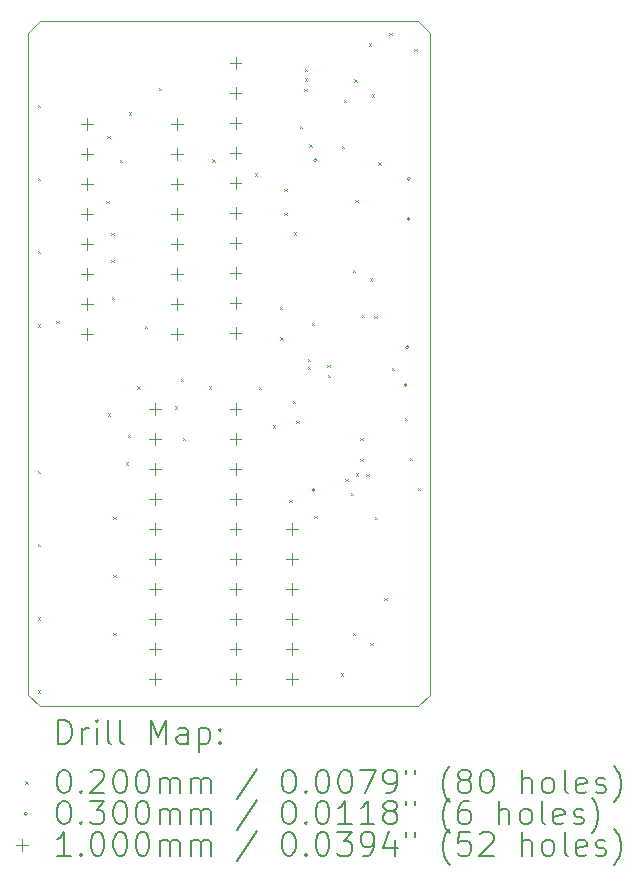
<source format=gbr>
%TF.GenerationSoftware,KiCad,Pcbnew,8.0.5*%
%TF.CreationDate,2025-01-09T14:40:58-04:00*%
%TF.ProjectId,RAMAUXB_V2,52414d41-5558-4425-9f56-322e6b696361,rev?*%
%TF.SameCoordinates,Original*%
%TF.FileFunction,Drillmap*%
%TF.FilePolarity,Positive*%
%FSLAX45Y45*%
G04 Gerber Fmt 4.5, Leading zero omitted, Abs format (unit mm)*
G04 Created by KiCad (PCBNEW 8.0.5) date 2025-01-09 14:40:58*
%MOMM*%
%LPD*%
G01*
G04 APERTURE LIST*
%ADD10C,0.100000*%
%ADD11C,0.200000*%
G04 APERTURE END LIST*
D10*
X11000000Y-8803000D02*
X7800000Y-8803000D01*
X11100000Y-8903000D02*
X11100000Y-14504000D01*
X7799000Y-14604000D02*
X7800000Y-14604000D01*
X11100000Y-14504000D02*
X11000000Y-14604000D01*
X7699000Y-14504000D02*
X7799000Y-14604000D01*
X7800000Y-8803000D02*
X7700000Y-8903000D01*
X7699000Y-8903000D02*
X7699000Y-14504000D01*
X7700000Y-8903000D02*
X7699000Y-8903000D01*
X11000000Y-8803000D02*
X11100000Y-8903000D01*
X11000000Y-14604000D02*
X7800000Y-14604000D01*
D11*
D10*
X7783000Y-9509000D02*
X7803000Y-9529000D01*
X7803000Y-9509000D02*
X7783000Y-9529000D01*
X7783000Y-10129125D02*
X7803000Y-10149125D01*
X7803000Y-10129125D02*
X7783000Y-10149125D01*
X7783000Y-10749250D02*
X7803000Y-10769250D01*
X7803000Y-10749250D02*
X7783000Y-10769250D01*
X7783000Y-11369375D02*
X7803000Y-11389375D01*
X7803000Y-11369375D02*
X7783000Y-11389375D01*
X7783000Y-12609625D02*
X7803000Y-12629625D01*
X7803000Y-12609625D02*
X7783000Y-12629625D01*
X7783000Y-13229750D02*
X7803000Y-13249750D01*
X7803000Y-13229750D02*
X7783000Y-13249750D01*
X7783000Y-13849875D02*
X7803000Y-13869875D01*
X7803000Y-13849875D02*
X7783000Y-13869875D01*
X7783000Y-14467250D02*
X7803000Y-14487250D01*
X7803000Y-14467250D02*
X7783000Y-14487250D01*
X7937000Y-11340000D02*
X7957000Y-11360000D01*
X7957000Y-11340000D02*
X7937000Y-11360000D01*
X8362000Y-10323000D02*
X8382000Y-10343000D01*
X8382000Y-10323000D02*
X8362000Y-10343000D01*
X8370000Y-9771000D02*
X8390000Y-9791000D01*
X8390000Y-9771000D02*
X8370000Y-9791000D01*
X8376000Y-12123000D02*
X8396000Y-12143000D01*
X8396000Y-12123000D02*
X8376000Y-12143000D01*
X8404000Y-10593000D02*
X8424000Y-10613000D01*
X8424000Y-10593000D02*
X8404000Y-10613000D01*
X8404000Y-10824000D02*
X8424000Y-10844000D01*
X8424000Y-10824000D02*
X8404000Y-10844000D01*
X8405000Y-11138000D02*
X8425000Y-11158000D01*
X8425000Y-11138000D02*
X8405000Y-11158000D01*
X8419000Y-13000000D02*
X8439000Y-13020000D01*
X8439000Y-13000000D02*
X8419000Y-13020000D01*
X8419000Y-13491000D02*
X8439000Y-13511000D01*
X8439000Y-13491000D02*
X8419000Y-13511000D01*
X8419000Y-13982000D02*
X8439000Y-14002000D01*
X8439000Y-13982000D02*
X8419000Y-14002000D01*
X8475000Y-9977000D02*
X8495000Y-9997000D01*
X8495000Y-9977000D02*
X8475000Y-9997000D01*
X8524940Y-12539520D02*
X8544940Y-12559520D01*
X8544940Y-12539520D02*
X8524940Y-12559520D01*
X8545180Y-12307880D02*
X8565180Y-12327880D01*
X8565180Y-12307880D02*
X8545180Y-12327880D01*
X8552000Y-9576000D02*
X8572000Y-9596000D01*
X8572000Y-9576000D02*
X8552000Y-9596000D01*
X8624000Y-11895000D02*
X8644000Y-11915000D01*
X8644000Y-11895000D02*
X8624000Y-11915000D01*
X8687000Y-11385000D02*
X8707000Y-11405000D01*
X8707000Y-11385000D02*
X8687000Y-11405000D01*
X8805000Y-9366000D02*
X8825000Y-9386000D01*
X8825000Y-9366000D02*
X8805000Y-9386000D01*
X8939000Y-12065000D02*
X8959000Y-12085000D01*
X8959000Y-12065000D02*
X8939000Y-12085000D01*
X8990000Y-11830000D02*
X9010000Y-11850000D01*
X9010000Y-11830000D02*
X8990000Y-11850000D01*
X9009700Y-12329000D02*
X9029700Y-12349000D01*
X9029700Y-12329000D02*
X9009700Y-12349000D01*
X9229000Y-11894000D02*
X9249000Y-11914000D01*
X9249000Y-11894000D02*
X9229000Y-11914000D01*
X9256890Y-9973810D02*
X9276890Y-9993810D01*
X9276890Y-9973810D02*
X9256890Y-9993810D01*
X9619500Y-10090000D02*
X9639500Y-10110000D01*
X9639500Y-10090000D02*
X9619500Y-10110000D01*
X9652000Y-11900000D02*
X9672000Y-11920000D01*
X9672000Y-11900000D02*
X9652000Y-11920000D01*
X9770000Y-12224000D02*
X9790000Y-12244000D01*
X9790000Y-12224000D02*
X9770000Y-12244000D01*
X9830000Y-11220000D02*
X9850000Y-11240000D01*
X9850000Y-11220000D02*
X9830000Y-11240000D01*
X9835000Y-11479000D02*
X9855000Y-11499000D01*
X9855000Y-11479000D02*
X9835000Y-11499000D01*
X9867000Y-10220000D02*
X9887000Y-10240000D01*
X9887000Y-10220000D02*
X9867000Y-10240000D01*
X9868000Y-10425000D02*
X9888000Y-10445000D01*
X9888000Y-10425000D02*
X9868000Y-10445000D01*
X9911470Y-12854591D02*
X9931470Y-12874591D01*
X9931470Y-12854591D02*
X9911470Y-12874591D01*
X9938000Y-12015000D02*
X9958000Y-12035000D01*
X9958000Y-12015000D02*
X9938000Y-12035000D01*
X9949500Y-10590000D02*
X9969500Y-10610000D01*
X9969500Y-10590000D02*
X9949500Y-10610000D01*
X9968000Y-12187000D02*
X9988000Y-12207000D01*
X9988000Y-12187000D02*
X9968000Y-12207000D01*
X9999060Y-9689560D02*
X10019060Y-9709560D01*
X10019060Y-9689560D02*
X9999060Y-9709560D01*
X10038000Y-9375000D02*
X10058000Y-9395000D01*
X10058000Y-9375000D02*
X10038000Y-9395000D01*
X10039000Y-9287000D02*
X10059000Y-9307000D01*
X10059000Y-9287000D02*
X10039000Y-9307000D01*
X10041000Y-9209000D02*
X10061000Y-9229000D01*
X10061000Y-9209000D02*
X10041000Y-9229000D01*
X10064000Y-11661000D02*
X10084000Y-11681000D01*
X10084000Y-11661000D02*
X10064000Y-11681000D01*
X10064000Y-11731000D02*
X10084000Y-11751000D01*
X10084000Y-11731000D02*
X10064000Y-11751000D01*
X10078550Y-9845170D02*
X10098550Y-9865170D01*
X10098550Y-9845170D02*
X10078550Y-9865170D01*
X10101808Y-11355079D02*
X10121808Y-11375079D01*
X10121808Y-11355079D02*
X10101808Y-11375079D01*
X10121000Y-12991000D02*
X10141000Y-13011000D01*
X10141000Y-12991000D02*
X10121000Y-13011000D01*
X10232500Y-11713234D02*
X10252500Y-11733234D01*
X10252500Y-11713234D02*
X10232500Y-11733234D01*
X10235500Y-11797000D02*
X10255500Y-11817000D01*
X10255500Y-11797000D02*
X10235500Y-11817000D01*
X10346000Y-14326000D02*
X10366000Y-14346000D01*
X10366000Y-14326000D02*
X10346000Y-14346000D01*
X10353000Y-9861000D02*
X10373000Y-9881000D01*
X10373000Y-9861000D02*
X10353000Y-9881000D01*
X10373000Y-9468000D02*
X10393000Y-9488000D01*
X10393000Y-9468000D02*
X10373000Y-9488000D01*
X10383017Y-12677611D02*
X10403017Y-12697611D01*
X10403017Y-12677611D02*
X10383017Y-12697611D01*
X10433000Y-12797000D02*
X10453000Y-12817000D01*
X10453000Y-12797000D02*
X10433000Y-12817000D01*
X10448000Y-13981000D02*
X10468000Y-14001000D01*
X10468000Y-13981000D02*
X10448000Y-14001000D01*
X10449291Y-10910709D02*
X10469291Y-10930709D01*
X10469291Y-10910709D02*
X10449291Y-10930709D01*
X10461500Y-9294760D02*
X10481500Y-9314760D01*
X10481500Y-9294760D02*
X10461500Y-9314760D01*
X10469000Y-10318000D02*
X10489000Y-10338000D01*
X10489000Y-10318000D02*
X10469000Y-10338000D01*
X10474000Y-12630500D02*
X10494000Y-12650500D01*
X10494000Y-12630500D02*
X10474000Y-12650500D01*
X10510000Y-12330000D02*
X10530000Y-12350000D01*
X10530000Y-12330000D02*
X10510000Y-12350000D01*
X10510000Y-12506000D02*
X10530000Y-12526000D01*
X10530000Y-12506000D02*
X10510000Y-12526000D01*
X10523500Y-11288500D02*
X10543500Y-11308500D01*
X10543500Y-11288500D02*
X10523500Y-11308500D01*
X10563500Y-12635500D02*
X10583500Y-12655500D01*
X10583500Y-12635500D02*
X10563500Y-12655500D01*
X10583000Y-8989000D02*
X10603000Y-9009000D01*
X10603000Y-8989000D02*
X10583000Y-9009000D01*
X10590000Y-10980000D02*
X10610000Y-11000000D01*
X10610000Y-10980000D02*
X10590000Y-11000000D01*
X10595500Y-14068000D02*
X10615500Y-14088000D01*
X10615500Y-14068000D02*
X10595500Y-14088000D01*
X10606500Y-9421000D02*
X10626500Y-9441000D01*
X10626500Y-9421000D02*
X10606500Y-9441000D01*
X10628709Y-11297291D02*
X10648709Y-11317291D01*
X10648709Y-11297291D02*
X10628709Y-11317291D01*
X10632000Y-13002000D02*
X10652000Y-13022000D01*
X10652000Y-13002000D02*
X10632000Y-13022000D01*
X10663000Y-9999000D02*
X10683000Y-10019000D01*
X10683000Y-9999000D02*
X10663000Y-10019000D01*
X10714000Y-13686000D02*
X10734000Y-13706000D01*
X10734000Y-13686000D02*
X10714000Y-13706000D01*
X10756000Y-8900000D02*
X10776000Y-8920000D01*
X10776000Y-8900000D02*
X10756000Y-8920000D01*
X10780000Y-11737000D02*
X10800000Y-11757000D01*
X10800000Y-11737000D02*
X10780000Y-11757000D01*
X10887758Y-12159758D02*
X10907758Y-12179758D01*
X10907758Y-12159758D02*
X10887758Y-12179758D01*
X10931500Y-12498000D02*
X10951500Y-12518000D01*
X10951500Y-12498000D02*
X10931500Y-12518000D01*
X10968000Y-9037000D02*
X10988000Y-9057000D01*
X10988000Y-9037000D02*
X10968000Y-9057000D01*
X11000000Y-12756000D02*
X11020000Y-12776000D01*
X11020000Y-12756000D02*
X11000000Y-12776000D01*
X10130000Y-12774000D02*
G75*
G02*
X10100000Y-12774000I-15000J0D01*
G01*
X10100000Y-12774000D02*
G75*
G02*
X10130000Y-12774000I15000J0D01*
G01*
X10145000Y-9980000D02*
G75*
G02*
X10115000Y-9980000I-15000J0D01*
G01*
X10115000Y-9980000D02*
G75*
G02*
X10145000Y-9980000I15000J0D01*
G01*
X10909000Y-11883000D02*
G75*
G02*
X10879000Y-11883000I-15000J0D01*
G01*
X10879000Y-11883000D02*
G75*
G02*
X10909000Y-11883000I15000J0D01*
G01*
X10925000Y-11562981D02*
G75*
G02*
X10895000Y-11562981I-15000J0D01*
G01*
X10895000Y-11562981D02*
G75*
G02*
X10925000Y-11562981I15000J0D01*
G01*
X10933000Y-10478000D02*
G75*
G02*
X10903000Y-10478000I-15000J0D01*
G01*
X10903000Y-10478000D02*
G75*
G02*
X10933000Y-10478000I15000J0D01*
G01*
X10935000Y-10137000D02*
G75*
G02*
X10905000Y-10137000I-15000J0D01*
G01*
X10905000Y-10137000D02*
G75*
G02*
X10935000Y-10137000I15000J0D01*
G01*
X8199500Y-9623500D02*
X8199500Y-9723500D01*
X8149500Y-9673500D02*
X8249500Y-9673500D01*
X8199500Y-9877500D02*
X8199500Y-9977500D01*
X8149500Y-9927500D02*
X8249500Y-9927500D01*
X8199500Y-10131500D02*
X8199500Y-10231500D01*
X8149500Y-10181500D02*
X8249500Y-10181500D01*
X8199500Y-10385500D02*
X8199500Y-10485500D01*
X8149500Y-10435500D02*
X8249500Y-10435500D01*
X8199500Y-10639500D02*
X8199500Y-10739500D01*
X8149500Y-10689500D02*
X8249500Y-10689500D01*
X8199500Y-10893500D02*
X8199500Y-10993500D01*
X8149500Y-10943500D02*
X8249500Y-10943500D01*
X8199500Y-11147500D02*
X8199500Y-11247500D01*
X8149500Y-11197500D02*
X8249500Y-11197500D01*
X8199500Y-11401500D02*
X8199500Y-11501500D01*
X8149500Y-11451500D02*
X8249500Y-11451500D01*
X8770000Y-12035500D02*
X8770000Y-12135500D01*
X8720000Y-12085500D02*
X8820000Y-12085500D01*
X8770000Y-12289500D02*
X8770000Y-12389500D01*
X8720000Y-12339500D02*
X8820000Y-12339500D01*
X8770000Y-12543500D02*
X8770000Y-12643500D01*
X8720000Y-12593500D02*
X8820000Y-12593500D01*
X8770000Y-12797500D02*
X8770000Y-12897500D01*
X8720000Y-12847500D02*
X8820000Y-12847500D01*
X8770000Y-13051500D02*
X8770000Y-13151500D01*
X8720000Y-13101500D02*
X8820000Y-13101500D01*
X8770000Y-13305500D02*
X8770000Y-13405500D01*
X8720000Y-13355500D02*
X8820000Y-13355500D01*
X8770000Y-13559500D02*
X8770000Y-13659500D01*
X8720000Y-13609500D02*
X8820000Y-13609500D01*
X8770000Y-13813500D02*
X8770000Y-13913500D01*
X8720000Y-13863500D02*
X8820000Y-13863500D01*
X8770000Y-14067500D02*
X8770000Y-14167500D01*
X8720000Y-14117500D02*
X8820000Y-14117500D01*
X8770000Y-14321500D02*
X8770000Y-14421500D01*
X8720000Y-14371500D02*
X8820000Y-14371500D01*
X8961500Y-9623500D02*
X8961500Y-9723500D01*
X8911500Y-9673500D02*
X9011500Y-9673500D01*
X8961500Y-9877500D02*
X8961500Y-9977500D01*
X8911500Y-9927500D02*
X9011500Y-9927500D01*
X8961500Y-10131500D02*
X8961500Y-10231500D01*
X8911500Y-10181500D02*
X9011500Y-10181500D01*
X8961500Y-10385500D02*
X8961500Y-10485500D01*
X8911500Y-10435500D02*
X9011500Y-10435500D01*
X8961500Y-10639500D02*
X8961500Y-10739500D01*
X8911500Y-10689500D02*
X9011500Y-10689500D01*
X8961500Y-10893500D02*
X8961500Y-10993500D01*
X8911500Y-10943500D02*
X9011500Y-10943500D01*
X8961500Y-11147500D02*
X8961500Y-11247500D01*
X8911500Y-11197500D02*
X9011500Y-11197500D01*
X8961500Y-11401500D02*
X8961500Y-11501500D01*
X8911500Y-11451500D02*
X9011500Y-11451500D01*
X9455000Y-9105000D02*
X9455000Y-9205000D01*
X9405000Y-9155000D02*
X9505000Y-9155000D01*
X9455000Y-9359000D02*
X9455000Y-9459000D01*
X9405000Y-9409000D02*
X9505000Y-9409000D01*
X9455000Y-9613000D02*
X9455000Y-9713000D01*
X9405000Y-9663000D02*
X9505000Y-9663000D01*
X9455000Y-9867000D02*
X9455000Y-9967000D01*
X9405000Y-9917000D02*
X9505000Y-9917000D01*
X9455000Y-10121000D02*
X9455000Y-10221000D01*
X9405000Y-10171000D02*
X9505000Y-10171000D01*
X9455000Y-10375000D02*
X9455000Y-10475000D01*
X9405000Y-10425000D02*
X9505000Y-10425000D01*
X9455000Y-10629000D02*
X9455000Y-10729000D01*
X9405000Y-10679000D02*
X9505000Y-10679000D01*
X9455000Y-10883000D02*
X9455000Y-10983000D01*
X9405000Y-10933000D02*
X9505000Y-10933000D01*
X9455000Y-11137000D02*
X9455000Y-11237000D01*
X9405000Y-11187000D02*
X9505000Y-11187000D01*
X9455000Y-11391000D02*
X9455000Y-11491000D01*
X9405000Y-11441000D02*
X9505000Y-11441000D01*
X9455000Y-12035000D02*
X9455000Y-12135000D01*
X9405000Y-12085000D02*
X9505000Y-12085000D01*
X9455000Y-12289000D02*
X9455000Y-12389000D01*
X9405000Y-12339000D02*
X9505000Y-12339000D01*
X9455000Y-12543000D02*
X9455000Y-12643000D01*
X9405000Y-12593000D02*
X9505000Y-12593000D01*
X9455000Y-12797000D02*
X9455000Y-12897000D01*
X9405000Y-12847000D02*
X9505000Y-12847000D01*
X9455000Y-13051000D02*
X9455000Y-13151000D01*
X9405000Y-13101000D02*
X9505000Y-13101000D01*
X9455000Y-13305000D02*
X9455000Y-13405000D01*
X9405000Y-13355000D02*
X9505000Y-13355000D01*
X9455000Y-13559000D02*
X9455000Y-13659000D01*
X9405000Y-13609000D02*
X9505000Y-13609000D01*
X9455000Y-13813000D02*
X9455000Y-13913000D01*
X9405000Y-13863000D02*
X9505000Y-13863000D01*
X9455000Y-14067000D02*
X9455000Y-14167000D01*
X9405000Y-14117000D02*
X9505000Y-14117000D01*
X9455000Y-14321000D02*
X9455000Y-14421000D01*
X9405000Y-14371000D02*
X9505000Y-14371000D01*
X9932500Y-13052500D02*
X9932500Y-13152500D01*
X9882500Y-13102500D02*
X9982500Y-13102500D01*
X9932500Y-13306500D02*
X9932500Y-13406500D01*
X9882500Y-13356500D02*
X9982500Y-13356500D01*
X9932500Y-13560500D02*
X9932500Y-13660500D01*
X9882500Y-13610500D02*
X9982500Y-13610500D01*
X9932500Y-13814500D02*
X9932500Y-13914500D01*
X9882500Y-13864500D02*
X9982500Y-13864500D01*
X9932500Y-14068500D02*
X9932500Y-14168500D01*
X9882500Y-14118500D02*
X9982500Y-14118500D01*
X9932500Y-14322500D02*
X9932500Y-14422500D01*
X9882500Y-14372500D02*
X9982500Y-14372500D01*
D11*
X7954777Y-14920484D02*
X7954777Y-14720484D01*
X7954777Y-14720484D02*
X8002396Y-14720484D01*
X8002396Y-14720484D02*
X8030967Y-14730008D01*
X8030967Y-14730008D02*
X8050015Y-14749055D01*
X8050015Y-14749055D02*
X8059539Y-14768103D01*
X8059539Y-14768103D02*
X8069062Y-14806198D01*
X8069062Y-14806198D02*
X8069062Y-14834769D01*
X8069062Y-14834769D02*
X8059539Y-14872865D01*
X8059539Y-14872865D02*
X8050015Y-14891912D01*
X8050015Y-14891912D02*
X8030967Y-14910960D01*
X8030967Y-14910960D02*
X8002396Y-14920484D01*
X8002396Y-14920484D02*
X7954777Y-14920484D01*
X8154777Y-14920484D02*
X8154777Y-14787150D01*
X8154777Y-14825246D02*
X8164301Y-14806198D01*
X8164301Y-14806198D02*
X8173824Y-14796674D01*
X8173824Y-14796674D02*
X8192872Y-14787150D01*
X8192872Y-14787150D02*
X8211920Y-14787150D01*
X8278586Y-14920484D02*
X8278586Y-14787150D01*
X8278586Y-14720484D02*
X8269062Y-14730008D01*
X8269062Y-14730008D02*
X8278586Y-14739531D01*
X8278586Y-14739531D02*
X8288110Y-14730008D01*
X8288110Y-14730008D02*
X8278586Y-14720484D01*
X8278586Y-14720484D02*
X8278586Y-14739531D01*
X8402396Y-14920484D02*
X8383348Y-14910960D01*
X8383348Y-14910960D02*
X8373824Y-14891912D01*
X8373824Y-14891912D02*
X8373824Y-14720484D01*
X8507158Y-14920484D02*
X8488110Y-14910960D01*
X8488110Y-14910960D02*
X8478586Y-14891912D01*
X8478586Y-14891912D02*
X8478586Y-14720484D01*
X8735729Y-14920484D02*
X8735729Y-14720484D01*
X8735729Y-14720484D02*
X8802396Y-14863341D01*
X8802396Y-14863341D02*
X8869063Y-14720484D01*
X8869063Y-14720484D02*
X8869063Y-14920484D01*
X9050015Y-14920484D02*
X9050015Y-14815722D01*
X9050015Y-14815722D02*
X9040491Y-14796674D01*
X9040491Y-14796674D02*
X9021444Y-14787150D01*
X9021444Y-14787150D02*
X8983348Y-14787150D01*
X8983348Y-14787150D02*
X8964301Y-14796674D01*
X9050015Y-14910960D02*
X9030967Y-14920484D01*
X9030967Y-14920484D02*
X8983348Y-14920484D01*
X8983348Y-14920484D02*
X8964301Y-14910960D01*
X8964301Y-14910960D02*
X8954777Y-14891912D01*
X8954777Y-14891912D02*
X8954777Y-14872865D01*
X8954777Y-14872865D02*
X8964301Y-14853817D01*
X8964301Y-14853817D02*
X8983348Y-14844293D01*
X8983348Y-14844293D02*
X9030967Y-14844293D01*
X9030967Y-14844293D02*
X9050015Y-14834769D01*
X9145253Y-14787150D02*
X9145253Y-14987150D01*
X9145253Y-14796674D02*
X9164301Y-14787150D01*
X9164301Y-14787150D02*
X9202396Y-14787150D01*
X9202396Y-14787150D02*
X9221444Y-14796674D01*
X9221444Y-14796674D02*
X9230967Y-14806198D01*
X9230967Y-14806198D02*
X9240491Y-14825246D01*
X9240491Y-14825246D02*
X9240491Y-14882388D01*
X9240491Y-14882388D02*
X9230967Y-14901436D01*
X9230967Y-14901436D02*
X9221444Y-14910960D01*
X9221444Y-14910960D02*
X9202396Y-14920484D01*
X9202396Y-14920484D02*
X9164301Y-14920484D01*
X9164301Y-14920484D02*
X9145253Y-14910960D01*
X9326205Y-14901436D02*
X9335729Y-14910960D01*
X9335729Y-14910960D02*
X9326205Y-14920484D01*
X9326205Y-14920484D02*
X9316682Y-14910960D01*
X9316682Y-14910960D02*
X9326205Y-14901436D01*
X9326205Y-14901436D02*
X9326205Y-14920484D01*
X9326205Y-14796674D02*
X9335729Y-14806198D01*
X9335729Y-14806198D02*
X9326205Y-14815722D01*
X9326205Y-14815722D02*
X9316682Y-14806198D01*
X9316682Y-14806198D02*
X9326205Y-14796674D01*
X9326205Y-14796674D02*
X9326205Y-14815722D01*
D10*
X7674000Y-15239000D02*
X7694000Y-15259000D01*
X7694000Y-15239000D02*
X7674000Y-15259000D01*
D11*
X7992872Y-15140484D02*
X8011920Y-15140484D01*
X8011920Y-15140484D02*
X8030967Y-15150008D01*
X8030967Y-15150008D02*
X8040491Y-15159531D01*
X8040491Y-15159531D02*
X8050015Y-15178579D01*
X8050015Y-15178579D02*
X8059539Y-15216674D01*
X8059539Y-15216674D02*
X8059539Y-15264293D01*
X8059539Y-15264293D02*
X8050015Y-15302388D01*
X8050015Y-15302388D02*
X8040491Y-15321436D01*
X8040491Y-15321436D02*
X8030967Y-15330960D01*
X8030967Y-15330960D02*
X8011920Y-15340484D01*
X8011920Y-15340484D02*
X7992872Y-15340484D01*
X7992872Y-15340484D02*
X7973824Y-15330960D01*
X7973824Y-15330960D02*
X7964301Y-15321436D01*
X7964301Y-15321436D02*
X7954777Y-15302388D01*
X7954777Y-15302388D02*
X7945253Y-15264293D01*
X7945253Y-15264293D02*
X7945253Y-15216674D01*
X7945253Y-15216674D02*
X7954777Y-15178579D01*
X7954777Y-15178579D02*
X7964301Y-15159531D01*
X7964301Y-15159531D02*
X7973824Y-15150008D01*
X7973824Y-15150008D02*
X7992872Y-15140484D01*
X8145253Y-15321436D02*
X8154777Y-15330960D01*
X8154777Y-15330960D02*
X8145253Y-15340484D01*
X8145253Y-15340484D02*
X8135729Y-15330960D01*
X8135729Y-15330960D02*
X8145253Y-15321436D01*
X8145253Y-15321436D02*
X8145253Y-15340484D01*
X8230967Y-15159531D02*
X8240491Y-15150008D01*
X8240491Y-15150008D02*
X8259539Y-15140484D01*
X8259539Y-15140484D02*
X8307158Y-15140484D01*
X8307158Y-15140484D02*
X8326205Y-15150008D01*
X8326205Y-15150008D02*
X8335729Y-15159531D01*
X8335729Y-15159531D02*
X8345253Y-15178579D01*
X8345253Y-15178579D02*
X8345253Y-15197627D01*
X8345253Y-15197627D02*
X8335729Y-15226198D01*
X8335729Y-15226198D02*
X8221443Y-15340484D01*
X8221443Y-15340484D02*
X8345253Y-15340484D01*
X8469063Y-15140484D02*
X8488110Y-15140484D01*
X8488110Y-15140484D02*
X8507158Y-15150008D01*
X8507158Y-15150008D02*
X8516682Y-15159531D01*
X8516682Y-15159531D02*
X8526205Y-15178579D01*
X8526205Y-15178579D02*
X8535729Y-15216674D01*
X8535729Y-15216674D02*
X8535729Y-15264293D01*
X8535729Y-15264293D02*
X8526205Y-15302388D01*
X8526205Y-15302388D02*
X8516682Y-15321436D01*
X8516682Y-15321436D02*
X8507158Y-15330960D01*
X8507158Y-15330960D02*
X8488110Y-15340484D01*
X8488110Y-15340484D02*
X8469063Y-15340484D01*
X8469063Y-15340484D02*
X8450015Y-15330960D01*
X8450015Y-15330960D02*
X8440491Y-15321436D01*
X8440491Y-15321436D02*
X8430967Y-15302388D01*
X8430967Y-15302388D02*
X8421444Y-15264293D01*
X8421444Y-15264293D02*
X8421444Y-15216674D01*
X8421444Y-15216674D02*
X8430967Y-15178579D01*
X8430967Y-15178579D02*
X8440491Y-15159531D01*
X8440491Y-15159531D02*
X8450015Y-15150008D01*
X8450015Y-15150008D02*
X8469063Y-15140484D01*
X8659539Y-15140484D02*
X8678586Y-15140484D01*
X8678586Y-15140484D02*
X8697634Y-15150008D01*
X8697634Y-15150008D02*
X8707158Y-15159531D01*
X8707158Y-15159531D02*
X8716682Y-15178579D01*
X8716682Y-15178579D02*
X8726205Y-15216674D01*
X8726205Y-15216674D02*
X8726205Y-15264293D01*
X8726205Y-15264293D02*
X8716682Y-15302388D01*
X8716682Y-15302388D02*
X8707158Y-15321436D01*
X8707158Y-15321436D02*
X8697634Y-15330960D01*
X8697634Y-15330960D02*
X8678586Y-15340484D01*
X8678586Y-15340484D02*
X8659539Y-15340484D01*
X8659539Y-15340484D02*
X8640491Y-15330960D01*
X8640491Y-15330960D02*
X8630967Y-15321436D01*
X8630967Y-15321436D02*
X8621444Y-15302388D01*
X8621444Y-15302388D02*
X8611920Y-15264293D01*
X8611920Y-15264293D02*
X8611920Y-15216674D01*
X8611920Y-15216674D02*
X8621444Y-15178579D01*
X8621444Y-15178579D02*
X8630967Y-15159531D01*
X8630967Y-15159531D02*
X8640491Y-15150008D01*
X8640491Y-15150008D02*
X8659539Y-15140484D01*
X8811920Y-15340484D02*
X8811920Y-15207150D01*
X8811920Y-15226198D02*
X8821444Y-15216674D01*
X8821444Y-15216674D02*
X8840491Y-15207150D01*
X8840491Y-15207150D02*
X8869063Y-15207150D01*
X8869063Y-15207150D02*
X8888110Y-15216674D01*
X8888110Y-15216674D02*
X8897634Y-15235722D01*
X8897634Y-15235722D02*
X8897634Y-15340484D01*
X8897634Y-15235722D02*
X8907158Y-15216674D01*
X8907158Y-15216674D02*
X8926205Y-15207150D01*
X8926205Y-15207150D02*
X8954777Y-15207150D01*
X8954777Y-15207150D02*
X8973825Y-15216674D01*
X8973825Y-15216674D02*
X8983348Y-15235722D01*
X8983348Y-15235722D02*
X8983348Y-15340484D01*
X9078586Y-15340484D02*
X9078586Y-15207150D01*
X9078586Y-15226198D02*
X9088110Y-15216674D01*
X9088110Y-15216674D02*
X9107158Y-15207150D01*
X9107158Y-15207150D02*
X9135729Y-15207150D01*
X9135729Y-15207150D02*
X9154777Y-15216674D01*
X9154777Y-15216674D02*
X9164301Y-15235722D01*
X9164301Y-15235722D02*
X9164301Y-15340484D01*
X9164301Y-15235722D02*
X9173825Y-15216674D01*
X9173825Y-15216674D02*
X9192872Y-15207150D01*
X9192872Y-15207150D02*
X9221444Y-15207150D01*
X9221444Y-15207150D02*
X9240491Y-15216674D01*
X9240491Y-15216674D02*
X9250015Y-15235722D01*
X9250015Y-15235722D02*
X9250015Y-15340484D01*
X9640491Y-15130960D02*
X9469063Y-15388103D01*
X9897634Y-15140484D02*
X9916682Y-15140484D01*
X9916682Y-15140484D02*
X9935729Y-15150008D01*
X9935729Y-15150008D02*
X9945253Y-15159531D01*
X9945253Y-15159531D02*
X9954777Y-15178579D01*
X9954777Y-15178579D02*
X9964301Y-15216674D01*
X9964301Y-15216674D02*
X9964301Y-15264293D01*
X9964301Y-15264293D02*
X9954777Y-15302388D01*
X9954777Y-15302388D02*
X9945253Y-15321436D01*
X9945253Y-15321436D02*
X9935729Y-15330960D01*
X9935729Y-15330960D02*
X9916682Y-15340484D01*
X9916682Y-15340484D02*
X9897634Y-15340484D01*
X9897634Y-15340484D02*
X9878587Y-15330960D01*
X9878587Y-15330960D02*
X9869063Y-15321436D01*
X9869063Y-15321436D02*
X9859539Y-15302388D01*
X9859539Y-15302388D02*
X9850015Y-15264293D01*
X9850015Y-15264293D02*
X9850015Y-15216674D01*
X9850015Y-15216674D02*
X9859539Y-15178579D01*
X9859539Y-15178579D02*
X9869063Y-15159531D01*
X9869063Y-15159531D02*
X9878587Y-15150008D01*
X9878587Y-15150008D02*
X9897634Y-15140484D01*
X10050015Y-15321436D02*
X10059539Y-15330960D01*
X10059539Y-15330960D02*
X10050015Y-15340484D01*
X10050015Y-15340484D02*
X10040491Y-15330960D01*
X10040491Y-15330960D02*
X10050015Y-15321436D01*
X10050015Y-15321436D02*
X10050015Y-15340484D01*
X10183348Y-15140484D02*
X10202396Y-15140484D01*
X10202396Y-15140484D02*
X10221444Y-15150008D01*
X10221444Y-15150008D02*
X10230968Y-15159531D01*
X10230968Y-15159531D02*
X10240491Y-15178579D01*
X10240491Y-15178579D02*
X10250015Y-15216674D01*
X10250015Y-15216674D02*
X10250015Y-15264293D01*
X10250015Y-15264293D02*
X10240491Y-15302388D01*
X10240491Y-15302388D02*
X10230968Y-15321436D01*
X10230968Y-15321436D02*
X10221444Y-15330960D01*
X10221444Y-15330960D02*
X10202396Y-15340484D01*
X10202396Y-15340484D02*
X10183348Y-15340484D01*
X10183348Y-15340484D02*
X10164301Y-15330960D01*
X10164301Y-15330960D02*
X10154777Y-15321436D01*
X10154777Y-15321436D02*
X10145253Y-15302388D01*
X10145253Y-15302388D02*
X10135729Y-15264293D01*
X10135729Y-15264293D02*
X10135729Y-15216674D01*
X10135729Y-15216674D02*
X10145253Y-15178579D01*
X10145253Y-15178579D02*
X10154777Y-15159531D01*
X10154777Y-15159531D02*
X10164301Y-15150008D01*
X10164301Y-15150008D02*
X10183348Y-15140484D01*
X10373825Y-15140484D02*
X10392872Y-15140484D01*
X10392872Y-15140484D02*
X10411920Y-15150008D01*
X10411920Y-15150008D02*
X10421444Y-15159531D01*
X10421444Y-15159531D02*
X10430968Y-15178579D01*
X10430968Y-15178579D02*
X10440491Y-15216674D01*
X10440491Y-15216674D02*
X10440491Y-15264293D01*
X10440491Y-15264293D02*
X10430968Y-15302388D01*
X10430968Y-15302388D02*
X10421444Y-15321436D01*
X10421444Y-15321436D02*
X10411920Y-15330960D01*
X10411920Y-15330960D02*
X10392872Y-15340484D01*
X10392872Y-15340484D02*
X10373825Y-15340484D01*
X10373825Y-15340484D02*
X10354777Y-15330960D01*
X10354777Y-15330960D02*
X10345253Y-15321436D01*
X10345253Y-15321436D02*
X10335729Y-15302388D01*
X10335729Y-15302388D02*
X10326206Y-15264293D01*
X10326206Y-15264293D02*
X10326206Y-15216674D01*
X10326206Y-15216674D02*
X10335729Y-15178579D01*
X10335729Y-15178579D02*
X10345253Y-15159531D01*
X10345253Y-15159531D02*
X10354777Y-15150008D01*
X10354777Y-15150008D02*
X10373825Y-15140484D01*
X10507158Y-15140484D02*
X10640491Y-15140484D01*
X10640491Y-15140484D02*
X10554777Y-15340484D01*
X10726206Y-15340484D02*
X10764301Y-15340484D01*
X10764301Y-15340484D02*
X10783349Y-15330960D01*
X10783349Y-15330960D02*
X10792872Y-15321436D01*
X10792872Y-15321436D02*
X10811920Y-15292865D01*
X10811920Y-15292865D02*
X10821444Y-15254769D01*
X10821444Y-15254769D02*
X10821444Y-15178579D01*
X10821444Y-15178579D02*
X10811920Y-15159531D01*
X10811920Y-15159531D02*
X10802396Y-15150008D01*
X10802396Y-15150008D02*
X10783349Y-15140484D01*
X10783349Y-15140484D02*
X10745253Y-15140484D01*
X10745253Y-15140484D02*
X10726206Y-15150008D01*
X10726206Y-15150008D02*
X10716682Y-15159531D01*
X10716682Y-15159531D02*
X10707158Y-15178579D01*
X10707158Y-15178579D02*
X10707158Y-15226198D01*
X10707158Y-15226198D02*
X10716682Y-15245246D01*
X10716682Y-15245246D02*
X10726206Y-15254769D01*
X10726206Y-15254769D02*
X10745253Y-15264293D01*
X10745253Y-15264293D02*
X10783349Y-15264293D01*
X10783349Y-15264293D02*
X10802396Y-15254769D01*
X10802396Y-15254769D02*
X10811920Y-15245246D01*
X10811920Y-15245246D02*
X10821444Y-15226198D01*
X10897634Y-15140484D02*
X10897634Y-15178579D01*
X10973825Y-15140484D02*
X10973825Y-15178579D01*
X11269063Y-15416674D02*
X11259539Y-15407150D01*
X11259539Y-15407150D02*
X11240491Y-15378579D01*
X11240491Y-15378579D02*
X11230968Y-15359531D01*
X11230968Y-15359531D02*
X11221444Y-15330960D01*
X11221444Y-15330960D02*
X11211920Y-15283341D01*
X11211920Y-15283341D02*
X11211920Y-15245246D01*
X11211920Y-15245246D02*
X11221444Y-15197627D01*
X11221444Y-15197627D02*
X11230968Y-15169055D01*
X11230968Y-15169055D02*
X11240491Y-15150008D01*
X11240491Y-15150008D02*
X11259539Y-15121436D01*
X11259539Y-15121436D02*
X11269063Y-15111912D01*
X11373825Y-15226198D02*
X11354777Y-15216674D01*
X11354777Y-15216674D02*
X11345253Y-15207150D01*
X11345253Y-15207150D02*
X11335729Y-15188103D01*
X11335729Y-15188103D02*
X11335729Y-15178579D01*
X11335729Y-15178579D02*
X11345253Y-15159531D01*
X11345253Y-15159531D02*
X11354777Y-15150008D01*
X11354777Y-15150008D02*
X11373825Y-15140484D01*
X11373825Y-15140484D02*
X11411920Y-15140484D01*
X11411920Y-15140484D02*
X11430968Y-15150008D01*
X11430968Y-15150008D02*
X11440491Y-15159531D01*
X11440491Y-15159531D02*
X11450015Y-15178579D01*
X11450015Y-15178579D02*
X11450015Y-15188103D01*
X11450015Y-15188103D02*
X11440491Y-15207150D01*
X11440491Y-15207150D02*
X11430968Y-15216674D01*
X11430968Y-15216674D02*
X11411920Y-15226198D01*
X11411920Y-15226198D02*
X11373825Y-15226198D01*
X11373825Y-15226198D02*
X11354777Y-15235722D01*
X11354777Y-15235722D02*
X11345253Y-15245246D01*
X11345253Y-15245246D02*
X11335729Y-15264293D01*
X11335729Y-15264293D02*
X11335729Y-15302388D01*
X11335729Y-15302388D02*
X11345253Y-15321436D01*
X11345253Y-15321436D02*
X11354777Y-15330960D01*
X11354777Y-15330960D02*
X11373825Y-15340484D01*
X11373825Y-15340484D02*
X11411920Y-15340484D01*
X11411920Y-15340484D02*
X11430968Y-15330960D01*
X11430968Y-15330960D02*
X11440491Y-15321436D01*
X11440491Y-15321436D02*
X11450015Y-15302388D01*
X11450015Y-15302388D02*
X11450015Y-15264293D01*
X11450015Y-15264293D02*
X11440491Y-15245246D01*
X11440491Y-15245246D02*
X11430968Y-15235722D01*
X11430968Y-15235722D02*
X11411920Y-15226198D01*
X11573825Y-15140484D02*
X11592872Y-15140484D01*
X11592872Y-15140484D02*
X11611920Y-15150008D01*
X11611920Y-15150008D02*
X11621444Y-15159531D01*
X11621444Y-15159531D02*
X11630968Y-15178579D01*
X11630968Y-15178579D02*
X11640491Y-15216674D01*
X11640491Y-15216674D02*
X11640491Y-15264293D01*
X11640491Y-15264293D02*
X11630968Y-15302388D01*
X11630968Y-15302388D02*
X11621444Y-15321436D01*
X11621444Y-15321436D02*
X11611920Y-15330960D01*
X11611920Y-15330960D02*
X11592872Y-15340484D01*
X11592872Y-15340484D02*
X11573825Y-15340484D01*
X11573825Y-15340484D02*
X11554777Y-15330960D01*
X11554777Y-15330960D02*
X11545253Y-15321436D01*
X11545253Y-15321436D02*
X11535729Y-15302388D01*
X11535729Y-15302388D02*
X11526206Y-15264293D01*
X11526206Y-15264293D02*
X11526206Y-15216674D01*
X11526206Y-15216674D02*
X11535729Y-15178579D01*
X11535729Y-15178579D02*
X11545253Y-15159531D01*
X11545253Y-15159531D02*
X11554777Y-15150008D01*
X11554777Y-15150008D02*
X11573825Y-15140484D01*
X11878587Y-15340484D02*
X11878587Y-15140484D01*
X11964301Y-15340484D02*
X11964301Y-15235722D01*
X11964301Y-15235722D02*
X11954777Y-15216674D01*
X11954777Y-15216674D02*
X11935730Y-15207150D01*
X11935730Y-15207150D02*
X11907158Y-15207150D01*
X11907158Y-15207150D02*
X11888110Y-15216674D01*
X11888110Y-15216674D02*
X11878587Y-15226198D01*
X12088110Y-15340484D02*
X12069063Y-15330960D01*
X12069063Y-15330960D02*
X12059539Y-15321436D01*
X12059539Y-15321436D02*
X12050015Y-15302388D01*
X12050015Y-15302388D02*
X12050015Y-15245246D01*
X12050015Y-15245246D02*
X12059539Y-15226198D01*
X12059539Y-15226198D02*
X12069063Y-15216674D01*
X12069063Y-15216674D02*
X12088110Y-15207150D01*
X12088110Y-15207150D02*
X12116682Y-15207150D01*
X12116682Y-15207150D02*
X12135730Y-15216674D01*
X12135730Y-15216674D02*
X12145253Y-15226198D01*
X12145253Y-15226198D02*
X12154777Y-15245246D01*
X12154777Y-15245246D02*
X12154777Y-15302388D01*
X12154777Y-15302388D02*
X12145253Y-15321436D01*
X12145253Y-15321436D02*
X12135730Y-15330960D01*
X12135730Y-15330960D02*
X12116682Y-15340484D01*
X12116682Y-15340484D02*
X12088110Y-15340484D01*
X12269063Y-15340484D02*
X12250015Y-15330960D01*
X12250015Y-15330960D02*
X12240491Y-15311912D01*
X12240491Y-15311912D02*
X12240491Y-15140484D01*
X12421444Y-15330960D02*
X12402396Y-15340484D01*
X12402396Y-15340484D02*
X12364301Y-15340484D01*
X12364301Y-15340484D02*
X12345253Y-15330960D01*
X12345253Y-15330960D02*
X12335730Y-15311912D01*
X12335730Y-15311912D02*
X12335730Y-15235722D01*
X12335730Y-15235722D02*
X12345253Y-15216674D01*
X12345253Y-15216674D02*
X12364301Y-15207150D01*
X12364301Y-15207150D02*
X12402396Y-15207150D01*
X12402396Y-15207150D02*
X12421444Y-15216674D01*
X12421444Y-15216674D02*
X12430968Y-15235722D01*
X12430968Y-15235722D02*
X12430968Y-15254769D01*
X12430968Y-15254769D02*
X12335730Y-15273817D01*
X12507158Y-15330960D02*
X12526206Y-15340484D01*
X12526206Y-15340484D02*
X12564301Y-15340484D01*
X12564301Y-15340484D02*
X12583349Y-15330960D01*
X12583349Y-15330960D02*
X12592872Y-15311912D01*
X12592872Y-15311912D02*
X12592872Y-15302388D01*
X12592872Y-15302388D02*
X12583349Y-15283341D01*
X12583349Y-15283341D02*
X12564301Y-15273817D01*
X12564301Y-15273817D02*
X12535730Y-15273817D01*
X12535730Y-15273817D02*
X12516682Y-15264293D01*
X12516682Y-15264293D02*
X12507158Y-15245246D01*
X12507158Y-15245246D02*
X12507158Y-15235722D01*
X12507158Y-15235722D02*
X12516682Y-15216674D01*
X12516682Y-15216674D02*
X12535730Y-15207150D01*
X12535730Y-15207150D02*
X12564301Y-15207150D01*
X12564301Y-15207150D02*
X12583349Y-15216674D01*
X12659539Y-15416674D02*
X12669063Y-15407150D01*
X12669063Y-15407150D02*
X12688111Y-15378579D01*
X12688111Y-15378579D02*
X12697634Y-15359531D01*
X12697634Y-15359531D02*
X12707158Y-15330960D01*
X12707158Y-15330960D02*
X12716682Y-15283341D01*
X12716682Y-15283341D02*
X12716682Y-15245246D01*
X12716682Y-15245246D02*
X12707158Y-15197627D01*
X12707158Y-15197627D02*
X12697634Y-15169055D01*
X12697634Y-15169055D02*
X12688111Y-15150008D01*
X12688111Y-15150008D02*
X12669063Y-15121436D01*
X12669063Y-15121436D02*
X12659539Y-15111912D01*
D10*
X7694000Y-15513000D02*
G75*
G02*
X7664000Y-15513000I-15000J0D01*
G01*
X7664000Y-15513000D02*
G75*
G02*
X7694000Y-15513000I15000J0D01*
G01*
D11*
X7992872Y-15404484D02*
X8011920Y-15404484D01*
X8011920Y-15404484D02*
X8030967Y-15414008D01*
X8030967Y-15414008D02*
X8040491Y-15423531D01*
X8040491Y-15423531D02*
X8050015Y-15442579D01*
X8050015Y-15442579D02*
X8059539Y-15480674D01*
X8059539Y-15480674D02*
X8059539Y-15528293D01*
X8059539Y-15528293D02*
X8050015Y-15566388D01*
X8050015Y-15566388D02*
X8040491Y-15585436D01*
X8040491Y-15585436D02*
X8030967Y-15594960D01*
X8030967Y-15594960D02*
X8011920Y-15604484D01*
X8011920Y-15604484D02*
X7992872Y-15604484D01*
X7992872Y-15604484D02*
X7973824Y-15594960D01*
X7973824Y-15594960D02*
X7964301Y-15585436D01*
X7964301Y-15585436D02*
X7954777Y-15566388D01*
X7954777Y-15566388D02*
X7945253Y-15528293D01*
X7945253Y-15528293D02*
X7945253Y-15480674D01*
X7945253Y-15480674D02*
X7954777Y-15442579D01*
X7954777Y-15442579D02*
X7964301Y-15423531D01*
X7964301Y-15423531D02*
X7973824Y-15414008D01*
X7973824Y-15414008D02*
X7992872Y-15404484D01*
X8145253Y-15585436D02*
X8154777Y-15594960D01*
X8154777Y-15594960D02*
X8145253Y-15604484D01*
X8145253Y-15604484D02*
X8135729Y-15594960D01*
X8135729Y-15594960D02*
X8145253Y-15585436D01*
X8145253Y-15585436D02*
X8145253Y-15604484D01*
X8221443Y-15404484D02*
X8345253Y-15404484D01*
X8345253Y-15404484D02*
X8278586Y-15480674D01*
X8278586Y-15480674D02*
X8307158Y-15480674D01*
X8307158Y-15480674D02*
X8326205Y-15490198D01*
X8326205Y-15490198D02*
X8335729Y-15499722D01*
X8335729Y-15499722D02*
X8345253Y-15518769D01*
X8345253Y-15518769D02*
X8345253Y-15566388D01*
X8345253Y-15566388D02*
X8335729Y-15585436D01*
X8335729Y-15585436D02*
X8326205Y-15594960D01*
X8326205Y-15594960D02*
X8307158Y-15604484D01*
X8307158Y-15604484D02*
X8250015Y-15604484D01*
X8250015Y-15604484D02*
X8230967Y-15594960D01*
X8230967Y-15594960D02*
X8221443Y-15585436D01*
X8469063Y-15404484D02*
X8488110Y-15404484D01*
X8488110Y-15404484D02*
X8507158Y-15414008D01*
X8507158Y-15414008D02*
X8516682Y-15423531D01*
X8516682Y-15423531D02*
X8526205Y-15442579D01*
X8526205Y-15442579D02*
X8535729Y-15480674D01*
X8535729Y-15480674D02*
X8535729Y-15528293D01*
X8535729Y-15528293D02*
X8526205Y-15566388D01*
X8526205Y-15566388D02*
X8516682Y-15585436D01*
X8516682Y-15585436D02*
X8507158Y-15594960D01*
X8507158Y-15594960D02*
X8488110Y-15604484D01*
X8488110Y-15604484D02*
X8469063Y-15604484D01*
X8469063Y-15604484D02*
X8450015Y-15594960D01*
X8450015Y-15594960D02*
X8440491Y-15585436D01*
X8440491Y-15585436D02*
X8430967Y-15566388D01*
X8430967Y-15566388D02*
X8421444Y-15528293D01*
X8421444Y-15528293D02*
X8421444Y-15480674D01*
X8421444Y-15480674D02*
X8430967Y-15442579D01*
X8430967Y-15442579D02*
X8440491Y-15423531D01*
X8440491Y-15423531D02*
X8450015Y-15414008D01*
X8450015Y-15414008D02*
X8469063Y-15404484D01*
X8659539Y-15404484D02*
X8678586Y-15404484D01*
X8678586Y-15404484D02*
X8697634Y-15414008D01*
X8697634Y-15414008D02*
X8707158Y-15423531D01*
X8707158Y-15423531D02*
X8716682Y-15442579D01*
X8716682Y-15442579D02*
X8726205Y-15480674D01*
X8726205Y-15480674D02*
X8726205Y-15528293D01*
X8726205Y-15528293D02*
X8716682Y-15566388D01*
X8716682Y-15566388D02*
X8707158Y-15585436D01*
X8707158Y-15585436D02*
X8697634Y-15594960D01*
X8697634Y-15594960D02*
X8678586Y-15604484D01*
X8678586Y-15604484D02*
X8659539Y-15604484D01*
X8659539Y-15604484D02*
X8640491Y-15594960D01*
X8640491Y-15594960D02*
X8630967Y-15585436D01*
X8630967Y-15585436D02*
X8621444Y-15566388D01*
X8621444Y-15566388D02*
X8611920Y-15528293D01*
X8611920Y-15528293D02*
X8611920Y-15480674D01*
X8611920Y-15480674D02*
X8621444Y-15442579D01*
X8621444Y-15442579D02*
X8630967Y-15423531D01*
X8630967Y-15423531D02*
X8640491Y-15414008D01*
X8640491Y-15414008D02*
X8659539Y-15404484D01*
X8811920Y-15604484D02*
X8811920Y-15471150D01*
X8811920Y-15490198D02*
X8821444Y-15480674D01*
X8821444Y-15480674D02*
X8840491Y-15471150D01*
X8840491Y-15471150D02*
X8869063Y-15471150D01*
X8869063Y-15471150D02*
X8888110Y-15480674D01*
X8888110Y-15480674D02*
X8897634Y-15499722D01*
X8897634Y-15499722D02*
X8897634Y-15604484D01*
X8897634Y-15499722D02*
X8907158Y-15480674D01*
X8907158Y-15480674D02*
X8926205Y-15471150D01*
X8926205Y-15471150D02*
X8954777Y-15471150D01*
X8954777Y-15471150D02*
X8973825Y-15480674D01*
X8973825Y-15480674D02*
X8983348Y-15499722D01*
X8983348Y-15499722D02*
X8983348Y-15604484D01*
X9078586Y-15604484D02*
X9078586Y-15471150D01*
X9078586Y-15490198D02*
X9088110Y-15480674D01*
X9088110Y-15480674D02*
X9107158Y-15471150D01*
X9107158Y-15471150D02*
X9135729Y-15471150D01*
X9135729Y-15471150D02*
X9154777Y-15480674D01*
X9154777Y-15480674D02*
X9164301Y-15499722D01*
X9164301Y-15499722D02*
X9164301Y-15604484D01*
X9164301Y-15499722D02*
X9173825Y-15480674D01*
X9173825Y-15480674D02*
X9192872Y-15471150D01*
X9192872Y-15471150D02*
X9221444Y-15471150D01*
X9221444Y-15471150D02*
X9240491Y-15480674D01*
X9240491Y-15480674D02*
X9250015Y-15499722D01*
X9250015Y-15499722D02*
X9250015Y-15604484D01*
X9640491Y-15394960D02*
X9469063Y-15652103D01*
X9897634Y-15404484D02*
X9916682Y-15404484D01*
X9916682Y-15404484D02*
X9935729Y-15414008D01*
X9935729Y-15414008D02*
X9945253Y-15423531D01*
X9945253Y-15423531D02*
X9954777Y-15442579D01*
X9954777Y-15442579D02*
X9964301Y-15480674D01*
X9964301Y-15480674D02*
X9964301Y-15528293D01*
X9964301Y-15528293D02*
X9954777Y-15566388D01*
X9954777Y-15566388D02*
X9945253Y-15585436D01*
X9945253Y-15585436D02*
X9935729Y-15594960D01*
X9935729Y-15594960D02*
X9916682Y-15604484D01*
X9916682Y-15604484D02*
X9897634Y-15604484D01*
X9897634Y-15604484D02*
X9878587Y-15594960D01*
X9878587Y-15594960D02*
X9869063Y-15585436D01*
X9869063Y-15585436D02*
X9859539Y-15566388D01*
X9859539Y-15566388D02*
X9850015Y-15528293D01*
X9850015Y-15528293D02*
X9850015Y-15480674D01*
X9850015Y-15480674D02*
X9859539Y-15442579D01*
X9859539Y-15442579D02*
X9869063Y-15423531D01*
X9869063Y-15423531D02*
X9878587Y-15414008D01*
X9878587Y-15414008D02*
X9897634Y-15404484D01*
X10050015Y-15585436D02*
X10059539Y-15594960D01*
X10059539Y-15594960D02*
X10050015Y-15604484D01*
X10050015Y-15604484D02*
X10040491Y-15594960D01*
X10040491Y-15594960D02*
X10050015Y-15585436D01*
X10050015Y-15585436D02*
X10050015Y-15604484D01*
X10183348Y-15404484D02*
X10202396Y-15404484D01*
X10202396Y-15404484D02*
X10221444Y-15414008D01*
X10221444Y-15414008D02*
X10230968Y-15423531D01*
X10230968Y-15423531D02*
X10240491Y-15442579D01*
X10240491Y-15442579D02*
X10250015Y-15480674D01*
X10250015Y-15480674D02*
X10250015Y-15528293D01*
X10250015Y-15528293D02*
X10240491Y-15566388D01*
X10240491Y-15566388D02*
X10230968Y-15585436D01*
X10230968Y-15585436D02*
X10221444Y-15594960D01*
X10221444Y-15594960D02*
X10202396Y-15604484D01*
X10202396Y-15604484D02*
X10183348Y-15604484D01*
X10183348Y-15604484D02*
X10164301Y-15594960D01*
X10164301Y-15594960D02*
X10154777Y-15585436D01*
X10154777Y-15585436D02*
X10145253Y-15566388D01*
X10145253Y-15566388D02*
X10135729Y-15528293D01*
X10135729Y-15528293D02*
X10135729Y-15480674D01*
X10135729Y-15480674D02*
X10145253Y-15442579D01*
X10145253Y-15442579D02*
X10154777Y-15423531D01*
X10154777Y-15423531D02*
X10164301Y-15414008D01*
X10164301Y-15414008D02*
X10183348Y-15404484D01*
X10440491Y-15604484D02*
X10326206Y-15604484D01*
X10383348Y-15604484D02*
X10383348Y-15404484D01*
X10383348Y-15404484D02*
X10364301Y-15433055D01*
X10364301Y-15433055D02*
X10345253Y-15452103D01*
X10345253Y-15452103D02*
X10326206Y-15461627D01*
X10630968Y-15604484D02*
X10516682Y-15604484D01*
X10573825Y-15604484D02*
X10573825Y-15404484D01*
X10573825Y-15404484D02*
X10554777Y-15433055D01*
X10554777Y-15433055D02*
X10535729Y-15452103D01*
X10535729Y-15452103D02*
X10516682Y-15461627D01*
X10745253Y-15490198D02*
X10726206Y-15480674D01*
X10726206Y-15480674D02*
X10716682Y-15471150D01*
X10716682Y-15471150D02*
X10707158Y-15452103D01*
X10707158Y-15452103D02*
X10707158Y-15442579D01*
X10707158Y-15442579D02*
X10716682Y-15423531D01*
X10716682Y-15423531D02*
X10726206Y-15414008D01*
X10726206Y-15414008D02*
X10745253Y-15404484D01*
X10745253Y-15404484D02*
X10783349Y-15404484D01*
X10783349Y-15404484D02*
X10802396Y-15414008D01*
X10802396Y-15414008D02*
X10811920Y-15423531D01*
X10811920Y-15423531D02*
X10821444Y-15442579D01*
X10821444Y-15442579D02*
X10821444Y-15452103D01*
X10821444Y-15452103D02*
X10811920Y-15471150D01*
X10811920Y-15471150D02*
X10802396Y-15480674D01*
X10802396Y-15480674D02*
X10783349Y-15490198D01*
X10783349Y-15490198D02*
X10745253Y-15490198D01*
X10745253Y-15490198D02*
X10726206Y-15499722D01*
X10726206Y-15499722D02*
X10716682Y-15509246D01*
X10716682Y-15509246D02*
X10707158Y-15528293D01*
X10707158Y-15528293D02*
X10707158Y-15566388D01*
X10707158Y-15566388D02*
X10716682Y-15585436D01*
X10716682Y-15585436D02*
X10726206Y-15594960D01*
X10726206Y-15594960D02*
X10745253Y-15604484D01*
X10745253Y-15604484D02*
X10783349Y-15604484D01*
X10783349Y-15604484D02*
X10802396Y-15594960D01*
X10802396Y-15594960D02*
X10811920Y-15585436D01*
X10811920Y-15585436D02*
X10821444Y-15566388D01*
X10821444Y-15566388D02*
X10821444Y-15528293D01*
X10821444Y-15528293D02*
X10811920Y-15509246D01*
X10811920Y-15509246D02*
X10802396Y-15499722D01*
X10802396Y-15499722D02*
X10783349Y-15490198D01*
X10897634Y-15404484D02*
X10897634Y-15442579D01*
X10973825Y-15404484D02*
X10973825Y-15442579D01*
X11269063Y-15680674D02*
X11259539Y-15671150D01*
X11259539Y-15671150D02*
X11240491Y-15642579D01*
X11240491Y-15642579D02*
X11230968Y-15623531D01*
X11230968Y-15623531D02*
X11221444Y-15594960D01*
X11221444Y-15594960D02*
X11211920Y-15547341D01*
X11211920Y-15547341D02*
X11211920Y-15509246D01*
X11211920Y-15509246D02*
X11221444Y-15461627D01*
X11221444Y-15461627D02*
X11230968Y-15433055D01*
X11230968Y-15433055D02*
X11240491Y-15414008D01*
X11240491Y-15414008D02*
X11259539Y-15385436D01*
X11259539Y-15385436D02*
X11269063Y-15375912D01*
X11430968Y-15404484D02*
X11392872Y-15404484D01*
X11392872Y-15404484D02*
X11373825Y-15414008D01*
X11373825Y-15414008D02*
X11364301Y-15423531D01*
X11364301Y-15423531D02*
X11345253Y-15452103D01*
X11345253Y-15452103D02*
X11335729Y-15490198D01*
X11335729Y-15490198D02*
X11335729Y-15566388D01*
X11335729Y-15566388D02*
X11345253Y-15585436D01*
X11345253Y-15585436D02*
X11354777Y-15594960D01*
X11354777Y-15594960D02*
X11373825Y-15604484D01*
X11373825Y-15604484D02*
X11411920Y-15604484D01*
X11411920Y-15604484D02*
X11430968Y-15594960D01*
X11430968Y-15594960D02*
X11440491Y-15585436D01*
X11440491Y-15585436D02*
X11450015Y-15566388D01*
X11450015Y-15566388D02*
X11450015Y-15518769D01*
X11450015Y-15518769D02*
X11440491Y-15499722D01*
X11440491Y-15499722D02*
X11430968Y-15490198D01*
X11430968Y-15490198D02*
X11411920Y-15480674D01*
X11411920Y-15480674D02*
X11373825Y-15480674D01*
X11373825Y-15480674D02*
X11354777Y-15490198D01*
X11354777Y-15490198D02*
X11345253Y-15499722D01*
X11345253Y-15499722D02*
X11335729Y-15518769D01*
X11688110Y-15604484D02*
X11688110Y-15404484D01*
X11773825Y-15604484D02*
X11773825Y-15499722D01*
X11773825Y-15499722D02*
X11764301Y-15480674D01*
X11764301Y-15480674D02*
X11745253Y-15471150D01*
X11745253Y-15471150D02*
X11716682Y-15471150D01*
X11716682Y-15471150D02*
X11697634Y-15480674D01*
X11697634Y-15480674D02*
X11688110Y-15490198D01*
X11897634Y-15604484D02*
X11878587Y-15594960D01*
X11878587Y-15594960D02*
X11869063Y-15585436D01*
X11869063Y-15585436D02*
X11859539Y-15566388D01*
X11859539Y-15566388D02*
X11859539Y-15509246D01*
X11859539Y-15509246D02*
X11869063Y-15490198D01*
X11869063Y-15490198D02*
X11878587Y-15480674D01*
X11878587Y-15480674D02*
X11897634Y-15471150D01*
X11897634Y-15471150D02*
X11926206Y-15471150D01*
X11926206Y-15471150D02*
X11945253Y-15480674D01*
X11945253Y-15480674D02*
X11954777Y-15490198D01*
X11954777Y-15490198D02*
X11964301Y-15509246D01*
X11964301Y-15509246D02*
X11964301Y-15566388D01*
X11964301Y-15566388D02*
X11954777Y-15585436D01*
X11954777Y-15585436D02*
X11945253Y-15594960D01*
X11945253Y-15594960D02*
X11926206Y-15604484D01*
X11926206Y-15604484D02*
X11897634Y-15604484D01*
X12078587Y-15604484D02*
X12059539Y-15594960D01*
X12059539Y-15594960D02*
X12050015Y-15575912D01*
X12050015Y-15575912D02*
X12050015Y-15404484D01*
X12230968Y-15594960D02*
X12211920Y-15604484D01*
X12211920Y-15604484D02*
X12173825Y-15604484D01*
X12173825Y-15604484D02*
X12154777Y-15594960D01*
X12154777Y-15594960D02*
X12145253Y-15575912D01*
X12145253Y-15575912D02*
X12145253Y-15499722D01*
X12145253Y-15499722D02*
X12154777Y-15480674D01*
X12154777Y-15480674D02*
X12173825Y-15471150D01*
X12173825Y-15471150D02*
X12211920Y-15471150D01*
X12211920Y-15471150D02*
X12230968Y-15480674D01*
X12230968Y-15480674D02*
X12240491Y-15499722D01*
X12240491Y-15499722D02*
X12240491Y-15518769D01*
X12240491Y-15518769D02*
X12145253Y-15537817D01*
X12316682Y-15594960D02*
X12335730Y-15604484D01*
X12335730Y-15604484D02*
X12373825Y-15604484D01*
X12373825Y-15604484D02*
X12392872Y-15594960D01*
X12392872Y-15594960D02*
X12402396Y-15575912D01*
X12402396Y-15575912D02*
X12402396Y-15566388D01*
X12402396Y-15566388D02*
X12392872Y-15547341D01*
X12392872Y-15547341D02*
X12373825Y-15537817D01*
X12373825Y-15537817D02*
X12345253Y-15537817D01*
X12345253Y-15537817D02*
X12326206Y-15528293D01*
X12326206Y-15528293D02*
X12316682Y-15509246D01*
X12316682Y-15509246D02*
X12316682Y-15499722D01*
X12316682Y-15499722D02*
X12326206Y-15480674D01*
X12326206Y-15480674D02*
X12345253Y-15471150D01*
X12345253Y-15471150D02*
X12373825Y-15471150D01*
X12373825Y-15471150D02*
X12392872Y-15480674D01*
X12469063Y-15680674D02*
X12478587Y-15671150D01*
X12478587Y-15671150D02*
X12497634Y-15642579D01*
X12497634Y-15642579D02*
X12507158Y-15623531D01*
X12507158Y-15623531D02*
X12516682Y-15594960D01*
X12516682Y-15594960D02*
X12526206Y-15547341D01*
X12526206Y-15547341D02*
X12526206Y-15509246D01*
X12526206Y-15509246D02*
X12516682Y-15461627D01*
X12516682Y-15461627D02*
X12507158Y-15433055D01*
X12507158Y-15433055D02*
X12497634Y-15414008D01*
X12497634Y-15414008D02*
X12478587Y-15385436D01*
X12478587Y-15385436D02*
X12469063Y-15375912D01*
D10*
X7644000Y-15727000D02*
X7644000Y-15827000D01*
X7594000Y-15777000D02*
X7694000Y-15777000D01*
D11*
X8059539Y-15868484D02*
X7945253Y-15868484D01*
X8002396Y-15868484D02*
X8002396Y-15668484D01*
X8002396Y-15668484D02*
X7983348Y-15697055D01*
X7983348Y-15697055D02*
X7964301Y-15716103D01*
X7964301Y-15716103D02*
X7945253Y-15725627D01*
X8145253Y-15849436D02*
X8154777Y-15858960D01*
X8154777Y-15858960D02*
X8145253Y-15868484D01*
X8145253Y-15868484D02*
X8135729Y-15858960D01*
X8135729Y-15858960D02*
X8145253Y-15849436D01*
X8145253Y-15849436D02*
X8145253Y-15868484D01*
X8278586Y-15668484D02*
X8297634Y-15668484D01*
X8297634Y-15668484D02*
X8316682Y-15678008D01*
X8316682Y-15678008D02*
X8326205Y-15687531D01*
X8326205Y-15687531D02*
X8335729Y-15706579D01*
X8335729Y-15706579D02*
X8345253Y-15744674D01*
X8345253Y-15744674D02*
X8345253Y-15792293D01*
X8345253Y-15792293D02*
X8335729Y-15830388D01*
X8335729Y-15830388D02*
X8326205Y-15849436D01*
X8326205Y-15849436D02*
X8316682Y-15858960D01*
X8316682Y-15858960D02*
X8297634Y-15868484D01*
X8297634Y-15868484D02*
X8278586Y-15868484D01*
X8278586Y-15868484D02*
X8259539Y-15858960D01*
X8259539Y-15858960D02*
X8250015Y-15849436D01*
X8250015Y-15849436D02*
X8240491Y-15830388D01*
X8240491Y-15830388D02*
X8230967Y-15792293D01*
X8230967Y-15792293D02*
X8230967Y-15744674D01*
X8230967Y-15744674D02*
X8240491Y-15706579D01*
X8240491Y-15706579D02*
X8250015Y-15687531D01*
X8250015Y-15687531D02*
X8259539Y-15678008D01*
X8259539Y-15678008D02*
X8278586Y-15668484D01*
X8469063Y-15668484D02*
X8488110Y-15668484D01*
X8488110Y-15668484D02*
X8507158Y-15678008D01*
X8507158Y-15678008D02*
X8516682Y-15687531D01*
X8516682Y-15687531D02*
X8526205Y-15706579D01*
X8526205Y-15706579D02*
X8535729Y-15744674D01*
X8535729Y-15744674D02*
X8535729Y-15792293D01*
X8535729Y-15792293D02*
X8526205Y-15830388D01*
X8526205Y-15830388D02*
X8516682Y-15849436D01*
X8516682Y-15849436D02*
X8507158Y-15858960D01*
X8507158Y-15858960D02*
X8488110Y-15868484D01*
X8488110Y-15868484D02*
X8469063Y-15868484D01*
X8469063Y-15868484D02*
X8450015Y-15858960D01*
X8450015Y-15858960D02*
X8440491Y-15849436D01*
X8440491Y-15849436D02*
X8430967Y-15830388D01*
X8430967Y-15830388D02*
X8421444Y-15792293D01*
X8421444Y-15792293D02*
X8421444Y-15744674D01*
X8421444Y-15744674D02*
X8430967Y-15706579D01*
X8430967Y-15706579D02*
X8440491Y-15687531D01*
X8440491Y-15687531D02*
X8450015Y-15678008D01*
X8450015Y-15678008D02*
X8469063Y-15668484D01*
X8659539Y-15668484D02*
X8678586Y-15668484D01*
X8678586Y-15668484D02*
X8697634Y-15678008D01*
X8697634Y-15678008D02*
X8707158Y-15687531D01*
X8707158Y-15687531D02*
X8716682Y-15706579D01*
X8716682Y-15706579D02*
X8726205Y-15744674D01*
X8726205Y-15744674D02*
X8726205Y-15792293D01*
X8726205Y-15792293D02*
X8716682Y-15830388D01*
X8716682Y-15830388D02*
X8707158Y-15849436D01*
X8707158Y-15849436D02*
X8697634Y-15858960D01*
X8697634Y-15858960D02*
X8678586Y-15868484D01*
X8678586Y-15868484D02*
X8659539Y-15868484D01*
X8659539Y-15868484D02*
X8640491Y-15858960D01*
X8640491Y-15858960D02*
X8630967Y-15849436D01*
X8630967Y-15849436D02*
X8621444Y-15830388D01*
X8621444Y-15830388D02*
X8611920Y-15792293D01*
X8611920Y-15792293D02*
X8611920Y-15744674D01*
X8611920Y-15744674D02*
X8621444Y-15706579D01*
X8621444Y-15706579D02*
X8630967Y-15687531D01*
X8630967Y-15687531D02*
X8640491Y-15678008D01*
X8640491Y-15678008D02*
X8659539Y-15668484D01*
X8811920Y-15868484D02*
X8811920Y-15735150D01*
X8811920Y-15754198D02*
X8821444Y-15744674D01*
X8821444Y-15744674D02*
X8840491Y-15735150D01*
X8840491Y-15735150D02*
X8869063Y-15735150D01*
X8869063Y-15735150D02*
X8888110Y-15744674D01*
X8888110Y-15744674D02*
X8897634Y-15763722D01*
X8897634Y-15763722D02*
X8897634Y-15868484D01*
X8897634Y-15763722D02*
X8907158Y-15744674D01*
X8907158Y-15744674D02*
X8926205Y-15735150D01*
X8926205Y-15735150D02*
X8954777Y-15735150D01*
X8954777Y-15735150D02*
X8973825Y-15744674D01*
X8973825Y-15744674D02*
X8983348Y-15763722D01*
X8983348Y-15763722D02*
X8983348Y-15868484D01*
X9078586Y-15868484D02*
X9078586Y-15735150D01*
X9078586Y-15754198D02*
X9088110Y-15744674D01*
X9088110Y-15744674D02*
X9107158Y-15735150D01*
X9107158Y-15735150D02*
X9135729Y-15735150D01*
X9135729Y-15735150D02*
X9154777Y-15744674D01*
X9154777Y-15744674D02*
X9164301Y-15763722D01*
X9164301Y-15763722D02*
X9164301Y-15868484D01*
X9164301Y-15763722D02*
X9173825Y-15744674D01*
X9173825Y-15744674D02*
X9192872Y-15735150D01*
X9192872Y-15735150D02*
X9221444Y-15735150D01*
X9221444Y-15735150D02*
X9240491Y-15744674D01*
X9240491Y-15744674D02*
X9250015Y-15763722D01*
X9250015Y-15763722D02*
X9250015Y-15868484D01*
X9640491Y-15658960D02*
X9469063Y-15916103D01*
X9897634Y-15668484D02*
X9916682Y-15668484D01*
X9916682Y-15668484D02*
X9935729Y-15678008D01*
X9935729Y-15678008D02*
X9945253Y-15687531D01*
X9945253Y-15687531D02*
X9954777Y-15706579D01*
X9954777Y-15706579D02*
X9964301Y-15744674D01*
X9964301Y-15744674D02*
X9964301Y-15792293D01*
X9964301Y-15792293D02*
X9954777Y-15830388D01*
X9954777Y-15830388D02*
X9945253Y-15849436D01*
X9945253Y-15849436D02*
X9935729Y-15858960D01*
X9935729Y-15858960D02*
X9916682Y-15868484D01*
X9916682Y-15868484D02*
X9897634Y-15868484D01*
X9897634Y-15868484D02*
X9878587Y-15858960D01*
X9878587Y-15858960D02*
X9869063Y-15849436D01*
X9869063Y-15849436D02*
X9859539Y-15830388D01*
X9859539Y-15830388D02*
X9850015Y-15792293D01*
X9850015Y-15792293D02*
X9850015Y-15744674D01*
X9850015Y-15744674D02*
X9859539Y-15706579D01*
X9859539Y-15706579D02*
X9869063Y-15687531D01*
X9869063Y-15687531D02*
X9878587Y-15678008D01*
X9878587Y-15678008D02*
X9897634Y-15668484D01*
X10050015Y-15849436D02*
X10059539Y-15858960D01*
X10059539Y-15858960D02*
X10050015Y-15868484D01*
X10050015Y-15868484D02*
X10040491Y-15858960D01*
X10040491Y-15858960D02*
X10050015Y-15849436D01*
X10050015Y-15849436D02*
X10050015Y-15868484D01*
X10183348Y-15668484D02*
X10202396Y-15668484D01*
X10202396Y-15668484D02*
X10221444Y-15678008D01*
X10221444Y-15678008D02*
X10230968Y-15687531D01*
X10230968Y-15687531D02*
X10240491Y-15706579D01*
X10240491Y-15706579D02*
X10250015Y-15744674D01*
X10250015Y-15744674D02*
X10250015Y-15792293D01*
X10250015Y-15792293D02*
X10240491Y-15830388D01*
X10240491Y-15830388D02*
X10230968Y-15849436D01*
X10230968Y-15849436D02*
X10221444Y-15858960D01*
X10221444Y-15858960D02*
X10202396Y-15868484D01*
X10202396Y-15868484D02*
X10183348Y-15868484D01*
X10183348Y-15868484D02*
X10164301Y-15858960D01*
X10164301Y-15858960D02*
X10154777Y-15849436D01*
X10154777Y-15849436D02*
X10145253Y-15830388D01*
X10145253Y-15830388D02*
X10135729Y-15792293D01*
X10135729Y-15792293D02*
X10135729Y-15744674D01*
X10135729Y-15744674D02*
X10145253Y-15706579D01*
X10145253Y-15706579D02*
X10154777Y-15687531D01*
X10154777Y-15687531D02*
X10164301Y-15678008D01*
X10164301Y-15678008D02*
X10183348Y-15668484D01*
X10316682Y-15668484D02*
X10440491Y-15668484D01*
X10440491Y-15668484D02*
X10373825Y-15744674D01*
X10373825Y-15744674D02*
X10402396Y-15744674D01*
X10402396Y-15744674D02*
X10421444Y-15754198D01*
X10421444Y-15754198D02*
X10430968Y-15763722D01*
X10430968Y-15763722D02*
X10440491Y-15782769D01*
X10440491Y-15782769D02*
X10440491Y-15830388D01*
X10440491Y-15830388D02*
X10430968Y-15849436D01*
X10430968Y-15849436D02*
X10421444Y-15858960D01*
X10421444Y-15858960D02*
X10402396Y-15868484D01*
X10402396Y-15868484D02*
X10345253Y-15868484D01*
X10345253Y-15868484D02*
X10326206Y-15858960D01*
X10326206Y-15858960D02*
X10316682Y-15849436D01*
X10535729Y-15868484D02*
X10573825Y-15868484D01*
X10573825Y-15868484D02*
X10592872Y-15858960D01*
X10592872Y-15858960D02*
X10602396Y-15849436D01*
X10602396Y-15849436D02*
X10621444Y-15820865D01*
X10621444Y-15820865D02*
X10630968Y-15782769D01*
X10630968Y-15782769D02*
X10630968Y-15706579D01*
X10630968Y-15706579D02*
X10621444Y-15687531D01*
X10621444Y-15687531D02*
X10611920Y-15678008D01*
X10611920Y-15678008D02*
X10592872Y-15668484D01*
X10592872Y-15668484D02*
X10554777Y-15668484D01*
X10554777Y-15668484D02*
X10535729Y-15678008D01*
X10535729Y-15678008D02*
X10526206Y-15687531D01*
X10526206Y-15687531D02*
X10516682Y-15706579D01*
X10516682Y-15706579D02*
X10516682Y-15754198D01*
X10516682Y-15754198D02*
X10526206Y-15773246D01*
X10526206Y-15773246D02*
X10535729Y-15782769D01*
X10535729Y-15782769D02*
X10554777Y-15792293D01*
X10554777Y-15792293D02*
X10592872Y-15792293D01*
X10592872Y-15792293D02*
X10611920Y-15782769D01*
X10611920Y-15782769D02*
X10621444Y-15773246D01*
X10621444Y-15773246D02*
X10630968Y-15754198D01*
X10802396Y-15735150D02*
X10802396Y-15868484D01*
X10754777Y-15658960D02*
X10707158Y-15801817D01*
X10707158Y-15801817D02*
X10830968Y-15801817D01*
X10897634Y-15668484D02*
X10897634Y-15706579D01*
X10973825Y-15668484D02*
X10973825Y-15706579D01*
X11269063Y-15944674D02*
X11259539Y-15935150D01*
X11259539Y-15935150D02*
X11240491Y-15906579D01*
X11240491Y-15906579D02*
X11230968Y-15887531D01*
X11230968Y-15887531D02*
X11221444Y-15858960D01*
X11221444Y-15858960D02*
X11211920Y-15811341D01*
X11211920Y-15811341D02*
X11211920Y-15773246D01*
X11211920Y-15773246D02*
X11221444Y-15725627D01*
X11221444Y-15725627D02*
X11230968Y-15697055D01*
X11230968Y-15697055D02*
X11240491Y-15678008D01*
X11240491Y-15678008D02*
X11259539Y-15649436D01*
X11259539Y-15649436D02*
X11269063Y-15639912D01*
X11440491Y-15668484D02*
X11345253Y-15668484D01*
X11345253Y-15668484D02*
X11335729Y-15763722D01*
X11335729Y-15763722D02*
X11345253Y-15754198D01*
X11345253Y-15754198D02*
X11364301Y-15744674D01*
X11364301Y-15744674D02*
X11411920Y-15744674D01*
X11411920Y-15744674D02*
X11430968Y-15754198D01*
X11430968Y-15754198D02*
X11440491Y-15763722D01*
X11440491Y-15763722D02*
X11450015Y-15782769D01*
X11450015Y-15782769D02*
X11450015Y-15830388D01*
X11450015Y-15830388D02*
X11440491Y-15849436D01*
X11440491Y-15849436D02*
X11430968Y-15858960D01*
X11430968Y-15858960D02*
X11411920Y-15868484D01*
X11411920Y-15868484D02*
X11364301Y-15868484D01*
X11364301Y-15868484D02*
X11345253Y-15858960D01*
X11345253Y-15858960D02*
X11335729Y-15849436D01*
X11526206Y-15687531D02*
X11535729Y-15678008D01*
X11535729Y-15678008D02*
X11554777Y-15668484D01*
X11554777Y-15668484D02*
X11602396Y-15668484D01*
X11602396Y-15668484D02*
X11621444Y-15678008D01*
X11621444Y-15678008D02*
X11630968Y-15687531D01*
X11630968Y-15687531D02*
X11640491Y-15706579D01*
X11640491Y-15706579D02*
X11640491Y-15725627D01*
X11640491Y-15725627D02*
X11630968Y-15754198D01*
X11630968Y-15754198D02*
X11516682Y-15868484D01*
X11516682Y-15868484D02*
X11640491Y-15868484D01*
X11878587Y-15868484D02*
X11878587Y-15668484D01*
X11964301Y-15868484D02*
X11964301Y-15763722D01*
X11964301Y-15763722D02*
X11954777Y-15744674D01*
X11954777Y-15744674D02*
X11935730Y-15735150D01*
X11935730Y-15735150D02*
X11907158Y-15735150D01*
X11907158Y-15735150D02*
X11888110Y-15744674D01*
X11888110Y-15744674D02*
X11878587Y-15754198D01*
X12088110Y-15868484D02*
X12069063Y-15858960D01*
X12069063Y-15858960D02*
X12059539Y-15849436D01*
X12059539Y-15849436D02*
X12050015Y-15830388D01*
X12050015Y-15830388D02*
X12050015Y-15773246D01*
X12050015Y-15773246D02*
X12059539Y-15754198D01*
X12059539Y-15754198D02*
X12069063Y-15744674D01*
X12069063Y-15744674D02*
X12088110Y-15735150D01*
X12088110Y-15735150D02*
X12116682Y-15735150D01*
X12116682Y-15735150D02*
X12135730Y-15744674D01*
X12135730Y-15744674D02*
X12145253Y-15754198D01*
X12145253Y-15754198D02*
X12154777Y-15773246D01*
X12154777Y-15773246D02*
X12154777Y-15830388D01*
X12154777Y-15830388D02*
X12145253Y-15849436D01*
X12145253Y-15849436D02*
X12135730Y-15858960D01*
X12135730Y-15858960D02*
X12116682Y-15868484D01*
X12116682Y-15868484D02*
X12088110Y-15868484D01*
X12269063Y-15868484D02*
X12250015Y-15858960D01*
X12250015Y-15858960D02*
X12240491Y-15839912D01*
X12240491Y-15839912D02*
X12240491Y-15668484D01*
X12421444Y-15858960D02*
X12402396Y-15868484D01*
X12402396Y-15868484D02*
X12364301Y-15868484D01*
X12364301Y-15868484D02*
X12345253Y-15858960D01*
X12345253Y-15858960D02*
X12335730Y-15839912D01*
X12335730Y-15839912D02*
X12335730Y-15763722D01*
X12335730Y-15763722D02*
X12345253Y-15744674D01*
X12345253Y-15744674D02*
X12364301Y-15735150D01*
X12364301Y-15735150D02*
X12402396Y-15735150D01*
X12402396Y-15735150D02*
X12421444Y-15744674D01*
X12421444Y-15744674D02*
X12430968Y-15763722D01*
X12430968Y-15763722D02*
X12430968Y-15782769D01*
X12430968Y-15782769D02*
X12335730Y-15801817D01*
X12507158Y-15858960D02*
X12526206Y-15868484D01*
X12526206Y-15868484D02*
X12564301Y-15868484D01*
X12564301Y-15868484D02*
X12583349Y-15858960D01*
X12583349Y-15858960D02*
X12592872Y-15839912D01*
X12592872Y-15839912D02*
X12592872Y-15830388D01*
X12592872Y-15830388D02*
X12583349Y-15811341D01*
X12583349Y-15811341D02*
X12564301Y-15801817D01*
X12564301Y-15801817D02*
X12535730Y-15801817D01*
X12535730Y-15801817D02*
X12516682Y-15792293D01*
X12516682Y-15792293D02*
X12507158Y-15773246D01*
X12507158Y-15773246D02*
X12507158Y-15763722D01*
X12507158Y-15763722D02*
X12516682Y-15744674D01*
X12516682Y-15744674D02*
X12535730Y-15735150D01*
X12535730Y-15735150D02*
X12564301Y-15735150D01*
X12564301Y-15735150D02*
X12583349Y-15744674D01*
X12659539Y-15944674D02*
X12669063Y-15935150D01*
X12669063Y-15935150D02*
X12688111Y-15906579D01*
X12688111Y-15906579D02*
X12697634Y-15887531D01*
X12697634Y-15887531D02*
X12707158Y-15858960D01*
X12707158Y-15858960D02*
X12716682Y-15811341D01*
X12716682Y-15811341D02*
X12716682Y-15773246D01*
X12716682Y-15773246D02*
X12707158Y-15725627D01*
X12707158Y-15725627D02*
X12697634Y-15697055D01*
X12697634Y-15697055D02*
X12688111Y-15678008D01*
X12688111Y-15678008D02*
X12669063Y-15649436D01*
X12669063Y-15649436D02*
X12659539Y-15639912D01*
M02*

</source>
